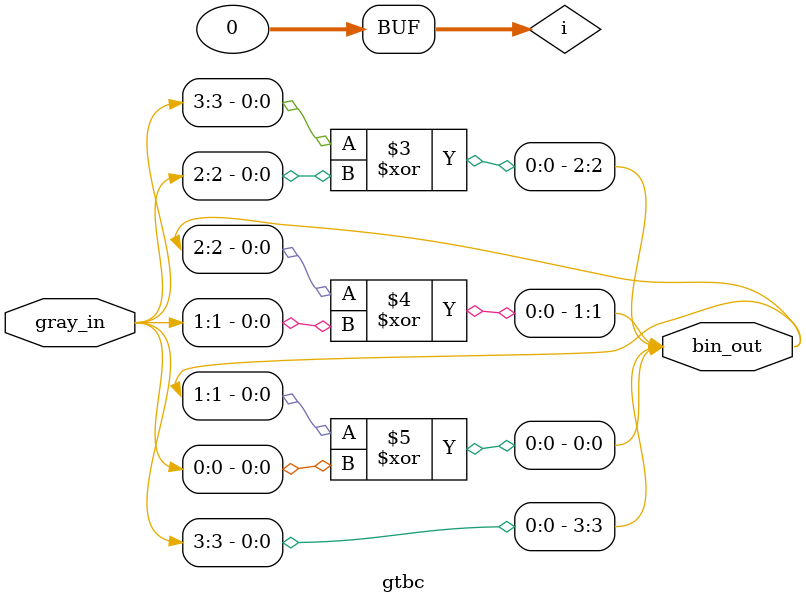
<source format=v>
`timescale 1 ns / 1 ns
`include "DEFINES.v"

module gtbc
    (
    gray_in                     ,   
    bin_out
    );

/**********************************************************************************\
***************************** declare parameter ************************************
\**********************************************************************************/
parameter   ADDRWIDTH  = 3 ;

/**********************************************************************************\
***************************** declare interface signal *****************************
\**********************************************************************************/
// declare input singal
input       [ADDRWIDTH:0]       gray_in                             ;   

// declare output signal
output      [ADDRWIDTH:0]       bin_out                             ;   

// declare inout signal

/**********************************************************************************\
**************************** declare singal attribute ******************************
\**********************************************************************************/
// wire signal

// reg signal
reg     [ADDRWIDTH:0]           bin_out                             ;   
integer                         i                                   ;   

/**********************************************************************************\
******************************** debug code ****************************************
\**********************************************************************************/

/**********************************************************************************\
********************************* main code ****************************************
\**********************************************************************************/

always @(*) begin
   bin_out[ADDRWIDTH]  = gray_in[ADDRWIDTH];      
   for ( i=ADDRWIDTH ; i>0 ; i = i-1 ) begin
      bin_out[i-1]     = (bin_out[i] ^ gray_in[i-1]);
   end

end

endmodule 


</source>
